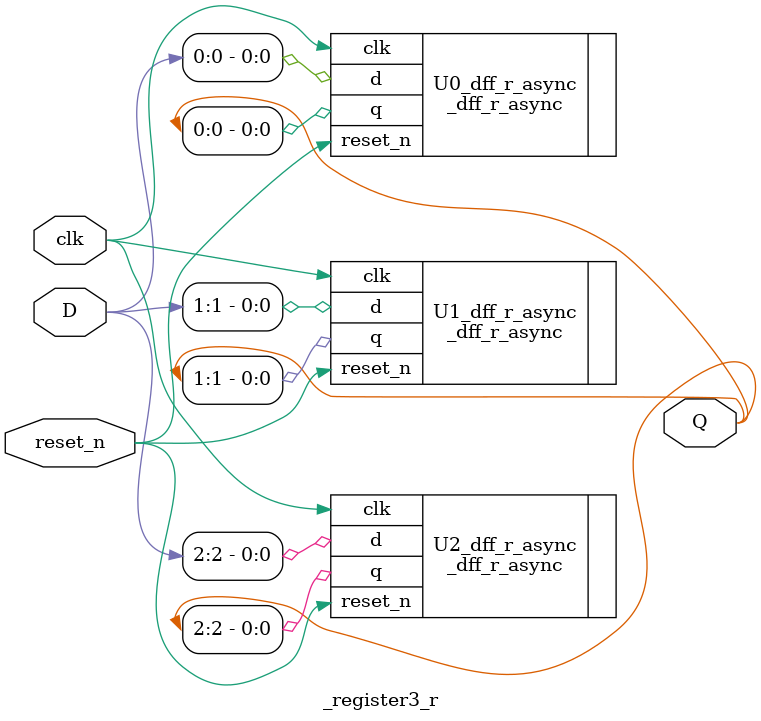
<source format=v>
module _register3_r(clk, reset_n, D, Q);
	input clk, reset_n;
	input [2:0] D;
	output [2:0] Q;
	
	// instances of _dff_r_async
	_dff_r_async U0_dff_r_async(.clk(clk), .reset_n(reset_n), .d(D[0]), .q(Q[0])); // ind0 of d, q
	_dff_r_async U1_dff_r_async(.clk(clk), .reset_n(reset_n), .d(D[1]), .q(Q[1])); // ind1 of d, q
	_dff_r_async U2_dff_r_async(.clk(clk), .reset_n(reset_n), .d(D[2]), .q(Q[2])); // ind2 of d, q
	
endmodule
</source>
